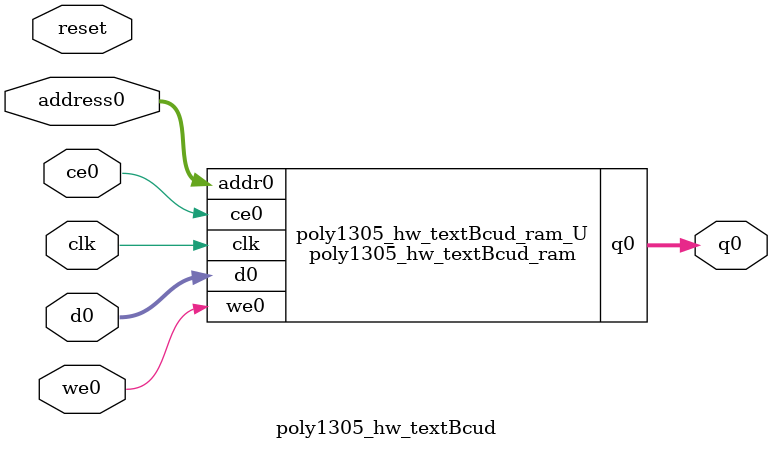
<source format=v>
`timescale 1 ns / 1 ps
module poly1305_hw_textBcud_ram (addr0, ce0, d0, we0, q0,  clk);

parameter DWIDTH = 8;
parameter AWIDTH = 5;
parameter MEM_SIZE = 17;

input[AWIDTH-1:0] addr0;
input ce0;
input[DWIDTH-1:0] d0;
input we0;
output reg[DWIDTH-1:0] q0;
input clk;

(* ram_style = "distributed" *)reg [DWIDTH-1:0] ram[0:MEM_SIZE-1];




always @(posedge clk)  
begin 
    if (ce0) 
    begin
        if (we0) 
        begin 
            ram[addr0] <= d0; 
        end 
        q0 <= ram[addr0];
    end
end


endmodule

`timescale 1 ns / 1 ps
module poly1305_hw_textBcud(
    reset,
    clk,
    address0,
    ce0,
    we0,
    d0,
    q0);

parameter DataWidth = 32'd8;
parameter AddressRange = 32'd17;
parameter AddressWidth = 32'd5;
input reset;
input clk;
input[AddressWidth - 1:0] address0;
input ce0;
input we0;
input[DataWidth - 1:0] d0;
output[DataWidth - 1:0] q0;



poly1305_hw_textBcud_ram poly1305_hw_textBcud_ram_U(
    .clk( clk ),
    .addr0( address0 ),
    .ce0( ce0 ),
    .we0( we0 ),
    .d0( d0 ),
    .q0( q0 ));

endmodule


</source>
